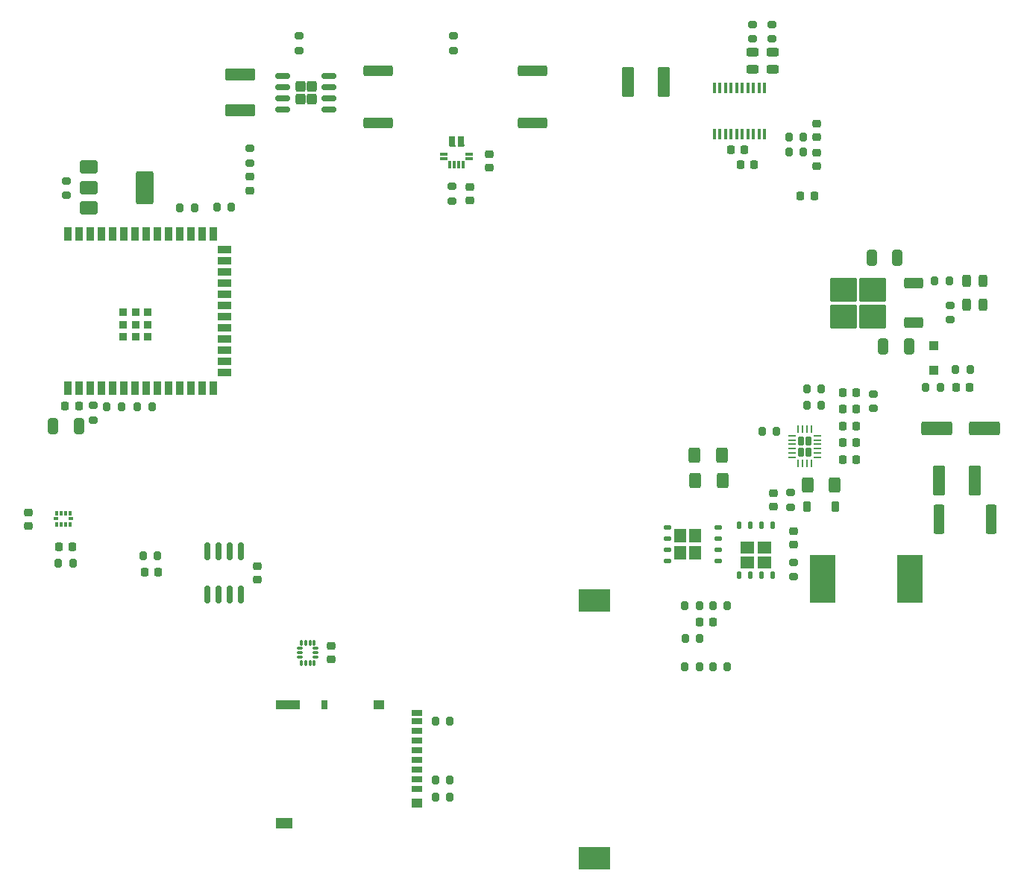
<source format=gbr>
%TF.GenerationSoftware,KiCad,Pcbnew,7.0.2-0*%
%TF.CreationDate,2023-06-29T11:19:38+08:00*%
%TF.ProjectId,H160_board,48313630-5f62-46f6-9172-642e6b696361,rev?*%
%TF.SameCoordinates,Original*%
%TF.FileFunction,Paste,Top*%
%TF.FilePolarity,Positive*%
%FSLAX46Y46*%
G04 Gerber Fmt 4.6, Leading zero omitted, Abs format (unit mm)*
G04 Created by KiCad (PCBNEW 7.0.2-0) date 2023-06-29 11:19:38*
%MOMM*%
%LPD*%
G01*
G04 APERTURE LIST*
G04 Aperture macros list*
%AMRoundRect*
0 Rectangle with rounded corners*
0 $1 Rounding radius*
0 $2 $3 $4 $5 $6 $7 $8 $9 X,Y pos of 4 corners*
0 Add a 4 corners polygon primitive as box body*
4,1,4,$2,$3,$4,$5,$6,$7,$8,$9,$2,$3,0*
0 Add four circle primitives for the rounded corners*
1,1,$1+$1,$2,$3*
1,1,$1+$1,$4,$5*
1,1,$1+$1,$6,$7*
1,1,$1+$1,$8,$9*
0 Add four rect primitives between the rounded corners*
20,1,$1+$1,$2,$3,$4,$5,0*
20,1,$1+$1,$4,$5,$6,$7,0*
20,1,$1+$1,$6,$7,$8,$9,0*
20,1,$1+$1,$8,$9,$2,$3,0*%
%AMRotRect*
0 Rectangle, with rotation*
0 The origin of the aperture is its center*
0 $1 length*
0 $2 width*
0 $3 Rotation angle, in degrees counterclockwise*
0 Add horizontal line*
21,1,$1,$2,0,0,$3*%
G04 Aperture macros list end*
%ADD10R,0.900000X1.500000*%
%ADD11R,1.500000X0.900000*%
%ADD12R,0.900000X0.900000*%
%ADD13R,0.400000X1.200000*%
%ADD14RoundRect,0.200000X0.275000X-0.200000X0.275000X0.200000X-0.275000X0.200000X-0.275000X-0.200000X0*%
%ADD15RoundRect,0.200000X-0.275000X0.200000X-0.275000X-0.200000X0.275000X-0.200000X0.275000X0.200000X0*%
%ADD16RoundRect,0.200000X-0.200000X-0.275000X0.200000X-0.275000X0.200000X0.275000X-0.200000X0.275000X0*%
%ADD17RoundRect,0.200000X0.200000X0.275000X-0.200000X0.275000X-0.200000X-0.275000X0.200000X-0.275000X0*%
%ADD18RoundRect,0.250000X-1.425000X0.362500X-1.425000X-0.362500X1.425000X-0.362500X1.425000X0.362500X0*%
%ADD19RoundRect,0.250000X-0.362500X-1.425000X0.362500X-1.425000X0.362500X1.425000X-0.362500X1.425000X0*%
%ADD20RoundRect,0.225000X0.225000X0.250000X-0.225000X0.250000X-0.225000X-0.250000X0.225000X-0.250000X0*%
%ADD21RoundRect,0.243750X0.243750X0.456250X-0.243750X0.456250X-0.243750X-0.456250X0.243750X-0.456250X0*%
%ADD22RoundRect,0.243750X0.456250X-0.243750X0.456250X0.243750X-0.456250X0.243750X-0.456250X-0.243750X0*%
%ADD23RoundRect,0.225000X-0.225000X-0.250000X0.225000X-0.250000X0.225000X0.250000X-0.225000X0.250000X0*%
%ADD24RoundRect,0.225000X0.250000X-0.225000X0.250000X0.225000X-0.250000X0.225000X-0.250000X-0.225000X0*%
%ADD25RoundRect,0.225000X-0.250000X0.225000X-0.250000X-0.225000X0.250000X-0.225000X0.250000X0.225000X0*%
%ADD26RoundRect,0.250000X0.325000X0.650000X-0.325000X0.650000X-0.325000X-0.650000X0.325000X-0.650000X0*%
%ADD27RoundRect,0.249999X-1.450001X0.450001X-1.450001X-0.450001X1.450001X-0.450001X1.450001X0.450001X0*%
%ADD28RoundRect,0.249999X0.450001X1.450001X-0.450001X1.450001X-0.450001X-1.450001X0.450001X-1.450001X0*%
%ADD29RoundRect,0.218750X0.481250X-0.581250X0.481250X0.581250X-0.481250X0.581250X-0.481250X-0.581250X0*%
%ADD30RoundRect,0.125000X0.300000X-0.125000X0.300000X0.125000X-0.300000X0.125000X-0.300000X-0.125000X0*%
%ADD31RoundRect,0.218750X0.581250X0.481250X-0.581250X0.481250X-0.581250X-0.481250X0.581250X-0.481250X0*%
%ADD32RoundRect,0.125000X0.125000X0.300000X-0.125000X0.300000X-0.125000X-0.300000X0.125000X-0.300000X0*%
%ADD33RoundRect,0.167500X0.167500X0.367500X-0.167500X0.367500X-0.167500X-0.367500X0.167500X-0.367500X0*%
%ADD34RoundRect,0.062500X0.362500X0.062500X-0.362500X0.062500X-0.362500X-0.062500X0.362500X-0.062500X0*%
%ADD35RoundRect,0.062500X0.062500X0.362500X-0.062500X0.362500X-0.062500X-0.362500X0.062500X-0.362500X0*%
%ADD36RoundRect,0.250000X0.850000X0.350000X-0.850000X0.350000X-0.850000X-0.350000X0.850000X-0.350000X0*%
%ADD37RoundRect,0.250000X1.275000X1.125000X-1.275000X1.125000X-1.275000X-1.125000X1.275000X-1.125000X0*%
%ADD38RoundRect,0.250000X-0.750000X-0.500000X0.750000X-0.500000X0.750000X0.500000X-0.750000X0.500000X0*%
%ADD39RoundRect,0.250000X-0.750000X-1.650000X0.750000X-1.650000X0.750000X1.650000X-0.750000X1.650000X0*%
%ADD40R,2.900000X5.400000*%
%ADD41RoundRect,0.250000X-0.400000X-0.625000X0.400000X-0.625000X0.400000X0.625000X-0.400000X0.625000X0*%
%ADD42RoundRect,0.150000X0.150000X-0.825000X0.150000X0.825000X-0.150000X0.825000X-0.150000X-0.825000X0*%
%ADD43RoundRect,0.250000X-0.300000X0.300000X-0.300000X-0.300000X0.300000X-0.300000X0.300000X0.300000X0*%
%ADD44R,0.800000X1.070000*%
%ADD45RotRect,0.282800X0.282800X315.000000*%
%ADD46R,0.600000X0.200000*%
%ADD47R,0.850000X0.300000*%
%ADD48R,0.300000X0.850000*%
%ADD49RoundRect,0.250000X0.305000X0.375000X-0.305000X0.375000X-0.305000X-0.375000X0.305000X-0.375000X0*%
%ADD50RoundRect,0.150000X0.675000X0.150000X-0.675000X0.150000X-0.675000X-0.150000X0.675000X-0.150000X0*%
%ADD51RoundRect,0.225000X-0.225000X-0.375000X0.225000X-0.375000X0.225000X0.375000X-0.225000X0.375000X0*%
%ADD52RoundRect,0.250000X1.500000X0.550000X-1.500000X0.550000X-1.500000X-0.550000X1.500000X-0.550000X0*%
%ADD53R,3.600000X2.600000*%
%ADD54R,1.200000X0.700000*%
%ADD55R,0.800000X1.000000*%
%ADD56R,1.200000X1.000000*%
%ADD57R,2.800000X1.000000*%
%ADD58R,1.900000X1.300000*%
%ADD59R,0.300000X0.580000*%
%ADD60R,0.630000X0.350000*%
%ADD61RoundRect,0.087500X0.087500X-0.225000X0.087500X0.225000X-0.087500X0.225000X-0.087500X-0.225000X0*%
%ADD62RoundRect,0.087500X0.225000X-0.087500X0.225000X0.087500X-0.225000X0.087500X-0.225000X-0.087500X0*%
G04 APERTURE END LIST*
D10*
%TO.C,U5*%
X49840000Y-103825000D03*
X51110000Y-103825000D03*
X52380000Y-103825000D03*
X53650000Y-103825000D03*
X54920000Y-103825000D03*
X56190000Y-103825000D03*
X57460000Y-103825000D03*
X58730000Y-103825000D03*
X60000000Y-103825000D03*
X61270000Y-103825000D03*
X62540000Y-103825000D03*
X63810000Y-103825000D03*
X65080000Y-103825000D03*
X66350000Y-103825000D03*
D11*
X67600000Y-102060000D03*
X67600000Y-100790000D03*
X67600000Y-99520000D03*
X67600000Y-98250000D03*
X67600000Y-96980000D03*
X67600000Y-95710000D03*
X67600000Y-94440000D03*
X67600000Y-93170000D03*
X67600000Y-91900000D03*
X67600000Y-90630000D03*
X67600000Y-89360000D03*
X67600000Y-88090000D03*
D10*
X66350000Y-86325000D03*
X65080000Y-86325000D03*
X63810000Y-86325000D03*
X62540000Y-86325000D03*
X61270000Y-86325000D03*
X60000000Y-86325000D03*
X58730000Y-86325000D03*
X57460000Y-86325000D03*
X56190000Y-86325000D03*
X54920000Y-86325000D03*
X53650000Y-86325000D03*
X52380000Y-86325000D03*
X51110000Y-86325000D03*
X49840000Y-86325000D03*
D12*
X56160000Y-97975000D03*
X57560000Y-97975000D03*
X58960000Y-97975000D03*
X56160000Y-96575000D03*
X57560000Y-96575000D03*
X58960000Y-96575000D03*
X56160000Y-95175000D03*
X57560000Y-95175000D03*
X58960000Y-95175000D03*
%TD*%
D13*
%TO.C,U9*%
X128957500Y-69700000D03*
X128322500Y-69700000D03*
X127687500Y-69700000D03*
X127052500Y-69700000D03*
X126417500Y-69700000D03*
X125782500Y-69700000D03*
X125147500Y-69700000D03*
X124512500Y-69700000D03*
X123877500Y-69700000D03*
X123242500Y-69700000D03*
X123242500Y-74900000D03*
X123877500Y-74900000D03*
X124512500Y-74900000D03*
X125147500Y-74900000D03*
X125782500Y-74900000D03*
X126417500Y-74900000D03*
X127052500Y-74900000D03*
X127687500Y-74900000D03*
X128322500Y-74900000D03*
X128957500Y-74900000D03*
%TD*%
D14*
%TO.C,R37*%
X70500000Y-78225000D03*
X70500000Y-76575000D03*
%TD*%
D15*
%TO.C,R36*%
X52700000Y-107425000D03*
X52700000Y-105775000D03*
%TD*%
D16*
%TO.C,R35*%
X148275000Y-91600000D03*
X149925000Y-91600000D03*
%TD*%
D14*
%TO.C,R34*%
X150000000Y-96025000D03*
X150000000Y-94375000D03*
%TD*%
D15*
%TO.C,R33*%
X129800000Y-62475000D03*
X129800000Y-64125000D03*
%TD*%
%TO.C,R32*%
X127600000Y-62475000D03*
X127600000Y-64125000D03*
%TD*%
D17*
%TO.C,R31*%
X50450000Y-123719996D03*
X48800000Y-123719996D03*
%TD*%
D16*
%TO.C,R30*%
X58375000Y-122840000D03*
X60025000Y-122840000D03*
%TD*%
D17*
%TO.C,R29*%
X121575000Y-132300000D03*
X119925000Y-132300000D03*
%TD*%
D15*
%TO.C,R28*%
X93500000Y-80875000D03*
X93500000Y-82525000D03*
%TD*%
D14*
%TO.C,R27*%
X49700000Y-81925000D03*
X49700000Y-80275000D03*
%TD*%
D16*
%TO.C,R26*%
X66775000Y-83250000D03*
X68425000Y-83250000D03*
%TD*%
D17*
%TO.C,R25*%
X55925000Y-105900000D03*
X54275000Y-105900000D03*
%TD*%
D16*
%TO.C,R24*%
X57775000Y-105900000D03*
X59425000Y-105900000D03*
%TD*%
D17*
%TO.C,R23*%
X93235000Y-141655000D03*
X91585000Y-141655000D03*
%TD*%
%TO.C,R22*%
X93235000Y-148355000D03*
X91585000Y-148355000D03*
%TD*%
%TO.C,R21*%
X93235000Y-150255000D03*
X91585000Y-150255000D03*
%TD*%
%TO.C,R20*%
X133350000Y-75300000D03*
X131700000Y-75300000D03*
%TD*%
%TO.C,R19*%
X133350000Y-77000000D03*
X131700000Y-77000000D03*
%TD*%
D16*
%TO.C,R18*%
X62575000Y-83300000D03*
X64225000Y-83300000D03*
%TD*%
D14*
%TO.C,R17*%
X76100000Y-65425000D03*
X76100000Y-63775000D03*
%TD*%
%TO.C,R16*%
X93600000Y-65425000D03*
X93600000Y-63775000D03*
%TD*%
D18*
%TO.C,R15*%
X85100000Y-67737500D03*
X85100000Y-73662500D03*
%TD*%
%TO.C,R14*%
X102600000Y-67737500D03*
X102600000Y-73662500D03*
%TD*%
D15*
%TO.C,R13*%
X141275000Y-104475000D03*
X141275000Y-106125000D03*
%TD*%
D17*
%TO.C,R12*%
X148900000Y-103700000D03*
X147250000Y-103700000D03*
%TD*%
%TO.C,R11*%
X130300000Y-108700000D03*
X128650000Y-108700000D03*
%TD*%
D14*
%TO.C,R10*%
X132275000Y-125250000D03*
X132275000Y-123600000D03*
%TD*%
D16*
%TO.C,R9*%
X133750000Y-103900000D03*
X135400000Y-103900000D03*
%TD*%
D17*
%TO.C,R8*%
X152300000Y-101700000D03*
X150650000Y-101700000D03*
%TD*%
%TO.C,R7*%
X135400000Y-105800000D03*
X133750000Y-105800000D03*
%TD*%
D19*
%TO.C,R6*%
X148712500Y-118700000D03*
X154637500Y-118700000D03*
%TD*%
D16*
%TO.C,R5*%
X123075000Y-135500000D03*
X124725000Y-135500000D03*
%TD*%
D15*
%TO.C,R4*%
X131875000Y-115675000D03*
X131875000Y-117325000D03*
%TD*%
D16*
%TO.C,R3*%
X119900000Y-135500000D03*
X121550000Y-135500000D03*
%TD*%
%TO.C,R2*%
X123075000Y-128500000D03*
X124725000Y-128500000D03*
%TD*%
%TO.C,R1*%
X119900000Y-128500000D03*
X121550000Y-128500000D03*
%TD*%
D20*
%TO.C,FB1*%
X134575000Y-82000000D03*
X133025000Y-82000000D03*
%TD*%
D21*
%TO.C,D6*%
X153737500Y-91600000D03*
X151862500Y-91600000D03*
%TD*%
%TO.C,D5*%
X153737500Y-94300000D03*
X151862500Y-94300000D03*
%TD*%
D22*
%TO.C,D4*%
X129900000Y-67537500D03*
X129900000Y-65662500D03*
%TD*%
%TO.C,D3*%
X127600000Y-67537500D03*
X127600000Y-65662500D03*
%TD*%
D23*
%TO.C,C34*%
X125125000Y-76700000D03*
X126675000Y-76700000D03*
%TD*%
%TO.C,C33*%
X126225000Y-78400000D03*
X127775000Y-78400000D03*
%TD*%
D24*
%TO.C,C32*%
X134900000Y-75275000D03*
X134900000Y-73725000D03*
%TD*%
D25*
%TO.C,C31*%
X134900000Y-77025000D03*
X134900000Y-78575000D03*
%TD*%
%TO.C,C30*%
X70500000Y-79800000D03*
X70500000Y-81350000D03*
%TD*%
D20*
%TO.C,C29*%
X50375000Y-121840000D03*
X48825000Y-121840000D03*
%TD*%
D23*
%TO.C,C28*%
X58550000Y-124699992D03*
X60100000Y-124699992D03*
%TD*%
%TO.C,C27*%
X121575000Y-130400000D03*
X123125000Y-130400000D03*
%TD*%
D25*
%TO.C,C26*%
X95459982Y-80939939D03*
X95459982Y-82489939D03*
%TD*%
D24*
%TO.C,C25*%
X71400000Y-125600000D03*
X71400000Y-124050000D03*
%TD*%
%TO.C,C24*%
X45400000Y-119475000D03*
X45400000Y-117925000D03*
%TD*%
%TO.C,C23*%
X79772500Y-134645000D03*
X79772500Y-133095000D03*
%TD*%
D20*
%TO.C,C22*%
X51095000Y-105825000D03*
X49545000Y-105825000D03*
%TD*%
D26*
%TO.C,C21*%
X51095000Y-108125000D03*
X48145000Y-108125000D03*
%TD*%
D27*
%TO.C,C20*%
X69400000Y-68150000D03*
X69400000Y-72250000D03*
%TD*%
D25*
%TO.C,C19*%
X97700000Y-77225000D03*
X97700000Y-78775000D03*
%TD*%
D28*
%TO.C,C18*%
X117550000Y-69000000D03*
X113450000Y-69000000D03*
%TD*%
D26*
%TO.C,C17*%
X144050000Y-89000000D03*
X141100000Y-89000000D03*
%TD*%
%TO.C,C16*%
X145350000Y-99100000D03*
X142400000Y-99100000D03*
%TD*%
D23*
%TO.C,C15*%
X137800000Y-106200000D03*
X139350000Y-106200000D03*
%TD*%
%TO.C,C14*%
X137800000Y-104300000D03*
X139350000Y-104300000D03*
%TD*%
D24*
%TO.C,C13*%
X132275000Y-121600000D03*
X132275000Y-120050000D03*
%TD*%
D23*
%TO.C,C12*%
X137800000Y-108100000D03*
X139350000Y-108100000D03*
%TD*%
D28*
%TO.C,C10*%
X152825000Y-114300000D03*
X148725000Y-114300000D03*
%TD*%
D20*
%TO.C,C9*%
X152250000Y-103700000D03*
X150700000Y-103700000D03*
%TD*%
D23*
%TO.C,C8*%
X137800000Y-110000000D03*
X139350000Y-110000000D03*
%TD*%
%TO.C,C7*%
X137800000Y-111900000D03*
X139350000Y-111900000D03*
%TD*%
D24*
%TO.C,C6*%
X129975000Y-117275000D03*
X129975000Y-115725000D03*
%TD*%
D29*
%TO.C,Q1*%
X121075000Y-122500000D03*
X121075000Y-120600000D03*
X119375000Y-122500000D03*
X119375000Y-120600000D03*
D30*
X117925000Y-123460000D03*
X117925000Y-122190000D03*
X117925000Y-120920000D03*
X117925000Y-119640000D03*
X123675000Y-123455000D03*
X123675000Y-122185000D03*
X123675000Y-120915000D03*
X123675000Y-119645000D03*
%TD*%
D31*
%TO.C,Q2*%
X128925000Y-121950000D03*
X127025000Y-121950000D03*
X128925000Y-123650000D03*
X127025000Y-123650000D03*
D32*
X129885000Y-125100000D03*
X128615000Y-125100000D03*
X127345000Y-125100000D03*
X126065000Y-125100000D03*
X129880000Y-119350000D03*
X128610000Y-119350000D03*
X127340000Y-119350000D03*
X126070000Y-119350000D03*
%TD*%
D33*
%TO.C,U1*%
X133935000Y-111110000D03*
X133935000Y-109790000D03*
X133115000Y-111110000D03*
X133115000Y-109790000D03*
D34*
X134975000Y-111700000D03*
X134975000Y-111200000D03*
X134975000Y-110700000D03*
X134975000Y-110200000D03*
X134975000Y-109700000D03*
X134975000Y-109200000D03*
D35*
X134275000Y-108500000D03*
X133775000Y-108500000D03*
X133275000Y-108500000D03*
X132775000Y-108500000D03*
D34*
X132075000Y-109200000D03*
X132075000Y-109700000D03*
X132075000Y-110200000D03*
X132075000Y-110700000D03*
X132075000Y-111200000D03*
X132075000Y-111700000D03*
D35*
X132775000Y-112400000D03*
X133275000Y-112400000D03*
X133775000Y-112400000D03*
X134275000Y-112400000D03*
%TD*%
D36*
%TO.C,U2*%
X145875000Y-96400000D03*
D37*
X141250000Y-95645000D03*
X141250000Y-92595000D03*
X137900000Y-95645000D03*
X137900000Y-92595000D03*
D36*
X145875000Y-91840000D03*
%TD*%
D38*
%TO.C,Q5*%
X52250000Y-78700000D03*
X52250000Y-81000000D03*
D39*
X58550000Y-81000000D03*
D38*
X52250000Y-83300000D03*
%TD*%
D40*
%TO.C,L1*%
X135550000Y-125500000D03*
X145450000Y-125500000D03*
%TD*%
D41*
%TO.C,C2*%
X121075000Y-114300000D03*
X124175000Y-114300000D03*
%TD*%
D42*
%TO.C,U8*%
X65695000Y-127300000D03*
X66965000Y-127300000D03*
X68235000Y-127300000D03*
X69505000Y-127300000D03*
X69505000Y-122350000D03*
X68235000Y-122350000D03*
X66965000Y-122350000D03*
X65695000Y-122350000D03*
%TD*%
D43*
%TO.C,D2*%
X148175000Y-99000000D03*
X148175000Y-101800000D03*
%TD*%
D44*
%TO.C,U3*%
X94500000Y-75680000D03*
D45*
X94700000Y-76215000D03*
D46*
X94400000Y-76315000D03*
D44*
X93500000Y-75680000D03*
D45*
X93300000Y-76215000D03*
D46*
X93600000Y-76315000D03*
D47*
X92550000Y-77230000D03*
X92550000Y-77730000D03*
D48*
X93250000Y-78430000D03*
X93750000Y-78430000D03*
X94250000Y-78430000D03*
X94750000Y-78430000D03*
D47*
X95450000Y-77730000D03*
X95450000Y-77230000D03*
%TD*%
D41*
%TO.C,C1*%
X120975000Y-111400000D03*
X124075000Y-111400000D03*
%TD*%
D49*
%TO.C,U4*%
X77560000Y-71000000D03*
X77560000Y-69500000D03*
X76240000Y-71000000D03*
X76240000Y-69500000D03*
D50*
X79525000Y-72155000D03*
X79525000Y-70885000D03*
X79525000Y-69615000D03*
X79525000Y-68345000D03*
X74275000Y-68345000D03*
X74275000Y-69615000D03*
X74275000Y-70885000D03*
X74275000Y-72155000D03*
%TD*%
D51*
%TO.C,D1*%
X133725000Y-117300000D03*
X137025000Y-117300000D03*
%TD*%
D52*
%TO.C,C11*%
X153875000Y-108400000D03*
X148475000Y-108400000D03*
%TD*%
D41*
%TO.C,C3*%
X133825000Y-114800000D03*
X136925000Y-114800000D03*
%TD*%
D53*
%TO.C,BT1*%
X109600000Y-127950000D03*
X109600000Y-157250000D03*
%TD*%
D54*
%TO.C,J3*%
X89500000Y-149400000D03*
X89500000Y-148300000D03*
X89500000Y-147200000D03*
X89500000Y-146100000D03*
X89500000Y-145000000D03*
X89500000Y-143900000D03*
X89500000Y-142800000D03*
X89500000Y-141700000D03*
X89500000Y-140750000D03*
D55*
X79000000Y-139800000D03*
D56*
X85200000Y-139800000D03*
D57*
X74850000Y-139800000D03*
D56*
X89500000Y-150950000D03*
D58*
X74400000Y-153300000D03*
%TD*%
D59*
%TO.C,U7*%
X48600000Y-118020000D03*
X49100000Y-118020000D03*
X49600000Y-118020000D03*
X50100000Y-118020000D03*
D60*
X50225000Y-118645000D03*
D59*
X50100000Y-119300000D03*
X49600000Y-119300000D03*
X49100000Y-119300000D03*
X48600000Y-119300000D03*
D60*
X48500000Y-118645000D03*
%TD*%
D61*
%TO.C,U6*%
X76337500Y-135062500D03*
X76837500Y-135062500D03*
X77337500Y-135062500D03*
X77837500Y-135062500D03*
D62*
X78000000Y-134400000D03*
X78000000Y-133900000D03*
X78000000Y-133400000D03*
D61*
X77837500Y-132737500D03*
X77337500Y-132737500D03*
X76837500Y-132737500D03*
X76337500Y-132737500D03*
D62*
X76175000Y-133400000D03*
X76175000Y-133900000D03*
X76175000Y-134400000D03*
%TD*%
M02*

</source>
